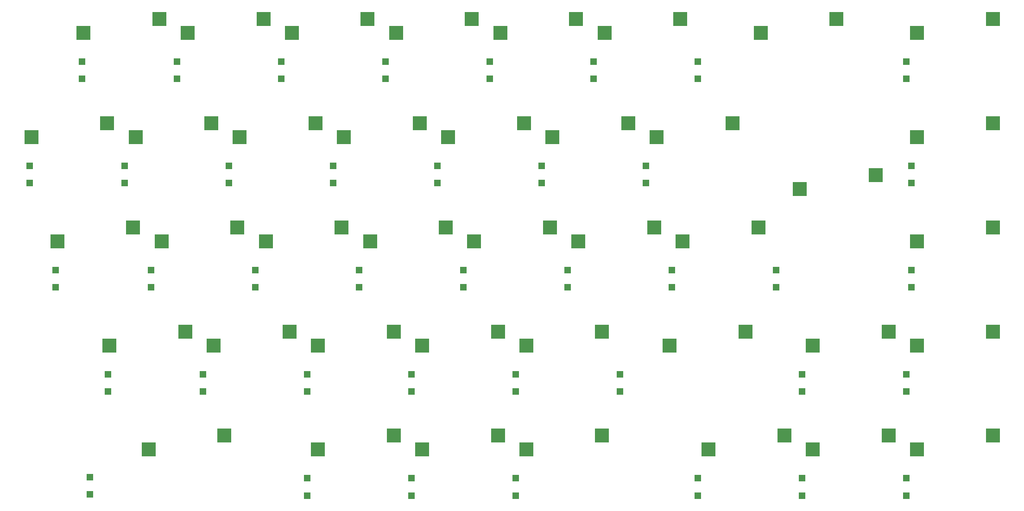
<source format=gbr>
%TF.GenerationSoftware,KiCad,Pcbnew,(5.1.7)-1*%
%TF.CreationDate,2021-06-20T13:46:43+02:00*%
%TF.ProjectId,Split65Right,53706c69-7436-4355-9269-6768742e6b69,rev?*%
%TF.SameCoordinates,Original*%
%TF.FileFunction,Paste,Bot*%
%TF.FilePolarity,Positive*%
%FSLAX46Y46*%
G04 Gerber Fmt 4.6, Leading zero omitted, Abs format (unit mm)*
G04 Created by KiCad (PCBNEW (5.1.7)-1) date 2021-06-20 13:46:43*
%MOMM*%
%LPD*%
G01*
G04 APERTURE LIST*
%ADD10R,2.550000X2.500000*%
%ADD11R,1.200000X1.200000*%
G04 APERTURE END LIST*
D10*
%TO.C,SW39*%
X44800000Y-113604000D03*
X58650000Y-111064000D03*
%TD*%
D11*
%TO.C,D1*%
X183260000Y-45843000D03*
X183260000Y-42693000D03*
%TD*%
%TO.C,D2*%
X145180000Y-45843000D03*
X145180000Y-42693000D03*
%TD*%
%TO.C,D3*%
X126140000Y-45843000D03*
X126140000Y-42693000D03*
%TD*%
%TO.C,D4*%
X107100000Y-45843000D03*
X107100000Y-42693000D03*
%TD*%
%TO.C,D5*%
X88060000Y-45843000D03*
X88060000Y-42693000D03*
%TD*%
%TO.C,D6*%
X69020000Y-45843000D03*
X69020000Y-42693000D03*
%TD*%
%TO.C,D7*%
X49980000Y-45843000D03*
X49980000Y-42693000D03*
%TD*%
%TO.C,D8*%
X32606000Y-45843000D03*
X32606000Y-42693000D03*
%TD*%
%TO.C,D9*%
X184212000Y-64883000D03*
X184212000Y-61733000D03*
%TD*%
%TO.C,D10*%
X135660000Y-64883000D03*
X135660000Y-61733000D03*
%TD*%
%TO.C,D11*%
X116620000Y-64883000D03*
X116620000Y-61733000D03*
%TD*%
%TO.C,D12*%
X97580000Y-64883000D03*
X97580000Y-61733000D03*
%TD*%
%TO.C,D13*%
X78540000Y-64883000D03*
X78540000Y-61733000D03*
%TD*%
%TO.C,D14*%
X59500000Y-64883000D03*
X59500000Y-61733000D03*
%TD*%
%TO.C,D15*%
X40460000Y-64883000D03*
X40460000Y-61733000D03*
%TD*%
%TO.C,D16*%
X23086000Y-64883000D03*
X23086000Y-61733000D03*
%TD*%
%TO.C,D17*%
X184212000Y-83923000D03*
X184212000Y-80773000D03*
%TD*%
%TO.C,D18*%
X159460000Y-83923000D03*
X159460000Y-80773000D03*
%TD*%
%TO.C,D19*%
X140420000Y-83923000D03*
X140420000Y-80773000D03*
%TD*%
%TO.C,D20*%
X121380000Y-83923000D03*
X121380000Y-80773000D03*
%TD*%
%TO.C,D21*%
X102340000Y-83923000D03*
X102340000Y-80773000D03*
%TD*%
%TO.C,D22*%
X83300000Y-83923000D03*
X83300000Y-80773000D03*
%TD*%
%TO.C,D23*%
X64260000Y-83923000D03*
X64260000Y-80773000D03*
%TD*%
%TO.C,D24*%
X45220000Y-83923000D03*
X45220000Y-80773000D03*
%TD*%
%TO.C,D25*%
X183260000Y-102963000D03*
X183260000Y-99813000D03*
%TD*%
%TO.C,D26*%
X164220000Y-102963000D03*
X164220000Y-99813000D03*
%TD*%
%TO.C,D27*%
X130900000Y-102963000D03*
X130900000Y-99813000D03*
%TD*%
%TO.C,D28*%
X111860000Y-102963000D03*
X111860000Y-99813000D03*
%TD*%
%TO.C,D29*%
X92820000Y-102963000D03*
X92820000Y-99813000D03*
%TD*%
%TO.C,D30*%
X73780000Y-102963000D03*
X73780000Y-99813000D03*
%TD*%
%TO.C,D31*%
X54740000Y-102963000D03*
X54740000Y-99813000D03*
%TD*%
%TO.C,D32*%
X37366000Y-102963000D03*
X37366000Y-99813000D03*
%TD*%
%TO.C,D33*%
X183260000Y-122003000D03*
X183260000Y-118853000D03*
%TD*%
%TO.C,D34*%
X164220000Y-122003000D03*
X164220000Y-118853000D03*
%TD*%
%TO.C,D35*%
X145180000Y-122003000D03*
X145180000Y-118853000D03*
%TD*%
%TO.C,D36*%
X111860000Y-122003000D03*
X111860000Y-118853000D03*
%TD*%
%TO.C,D37*%
X92820000Y-122003000D03*
X92820000Y-118853000D03*
%TD*%
%TO.C,D38*%
X73780000Y-122003000D03*
X73780000Y-118853000D03*
%TD*%
%TO.C,D39*%
X34034000Y-121765000D03*
X34034000Y-118615000D03*
%TD*%
%TO.C,D40*%
X27846000Y-83923000D03*
X27846000Y-80773000D03*
%TD*%
D10*
%TO.C,SW1*%
X185220000Y-37444000D03*
X199070000Y-34904000D03*
%TD*%
%TO.C,SW2*%
X156660000Y-37444000D03*
X170510000Y-34904000D03*
%TD*%
%TO.C,SW3*%
X128100000Y-37444000D03*
X141950000Y-34904000D03*
%TD*%
%TO.C,SW4*%
X109060000Y-37444000D03*
X122910000Y-34904000D03*
%TD*%
%TO.C,SW5*%
X90020000Y-37444000D03*
X103870000Y-34904000D03*
%TD*%
%TO.C,SW6*%
X70980000Y-37444000D03*
X84830000Y-34904000D03*
%TD*%
%TO.C,SW7*%
X51940000Y-37444000D03*
X65790000Y-34904000D03*
%TD*%
%TO.C,SW8*%
X32900000Y-37444000D03*
X46750000Y-34904000D03*
%TD*%
%TO.C,SW9*%
X185220000Y-56484000D03*
X199070000Y-53944000D03*
%TD*%
%TO.C,SW10*%
X137620000Y-56484000D03*
X151470000Y-53944000D03*
%TD*%
%TO.C,SW11*%
X118580000Y-56484000D03*
X132430000Y-53944000D03*
%TD*%
%TO.C,SW12*%
X99540000Y-56484000D03*
X113390000Y-53944000D03*
%TD*%
%TO.C,SW13*%
X80500000Y-56484000D03*
X94350000Y-53944000D03*
%TD*%
%TO.C,SW14*%
X61460000Y-56484000D03*
X75310000Y-53944000D03*
%TD*%
%TO.C,SW15*%
X42420000Y-56484000D03*
X56270000Y-53944000D03*
%TD*%
%TO.C,SW16*%
X23380000Y-56484000D03*
X37230000Y-53944000D03*
%TD*%
%TO.C,SW17*%
X185220000Y-75524000D03*
X199070000Y-72984000D03*
%TD*%
%TO.C,SW18*%
X163800000Y-66004000D03*
X177650000Y-63464000D03*
%TD*%
%TO.C,SW19*%
X142380000Y-75524000D03*
X156230000Y-72984000D03*
%TD*%
%TO.C,SW20*%
X123340000Y-75524000D03*
X137190000Y-72984000D03*
%TD*%
%TO.C,SW21*%
X104300000Y-75524000D03*
X118150000Y-72984000D03*
%TD*%
%TO.C,SW22*%
X85260000Y-75524000D03*
X99110000Y-72984000D03*
%TD*%
%TO.C,SW23*%
X66220000Y-75524000D03*
X80070000Y-72984000D03*
%TD*%
%TO.C,SW24*%
X47180000Y-75524000D03*
X61030000Y-72984000D03*
%TD*%
%TO.C,SW25*%
X185220000Y-94564000D03*
X199070000Y-92024000D03*
%TD*%
%TO.C,SW26*%
X166180000Y-94564000D03*
X180030000Y-92024000D03*
%TD*%
%TO.C,SW27*%
X140000000Y-94564000D03*
X153850000Y-92024000D03*
%TD*%
%TO.C,SW28*%
X113820000Y-94564000D03*
X127670000Y-92024000D03*
%TD*%
%TO.C,SW29*%
X94780000Y-94564000D03*
X108630000Y-92024000D03*
%TD*%
%TO.C,SW30*%
X75740000Y-94564000D03*
X89590000Y-92024000D03*
%TD*%
%TO.C,SW31*%
X56700000Y-94564000D03*
X70550000Y-92024000D03*
%TD*%
%TO.C,SW32*%
X37660000Y-94564000D03*
X51510000Y-92024000D03*
%TD*%
%TO.C,SW33*%
X185220000Y-113604000D03*
X199070000Y-111064000D03*
%TD*%
%TO.C,SW34*%
X166180000Y-113604000D03*
X180030000Y-111064000D03*
%TD*%
%TO.C,SW35*%
X147140000Y-113604000D03*
X160990000Y-111064000D03*
%TD*%
%TO.C,SW36*%
X113820000Y-113604000D03*
X127670000Y-111064000D03*
%TD*%
%TO.C,SW37*%
X94780000Y-113604000D03*
X108630000Y-111064000D03*
%TD*%
%TO.C,SW38*%
X75740000Y-113604000D03*
X89590000Y-111064000D03*
%TD*%
%TO.C,SW40*%
X28140000Y-75524000D03*
X41990000Y-72984000D03*
%TD*%
M02*

</source>
